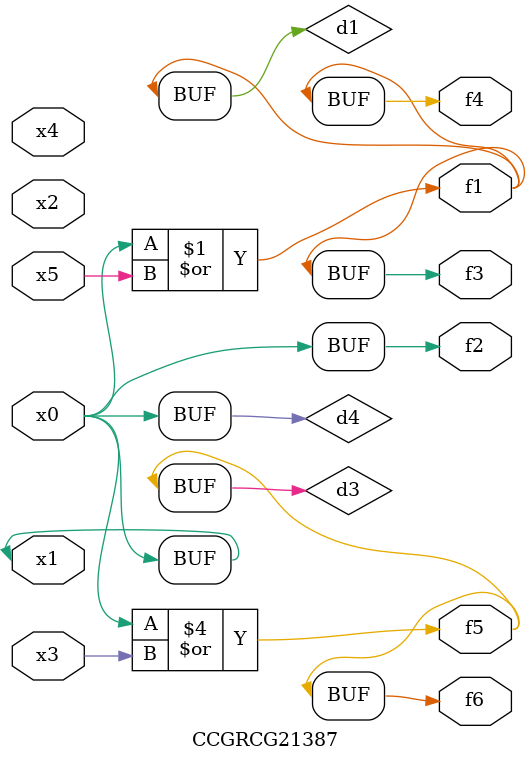
<source format=v>
module CCGRCG21387(
	input x0, x1, x2, x3, x4, x5,
	output f1, f2, f3, f4, f5, f6
);

	wire d1, d2, d3, d4;

	or (d1, x0, x5);
	xnor (d2, x1, x4);
	or (d3, x0, x3);
	buf (d4, x0, x1);
	assign f1 = d1;
	assign f2 = d4;
	assign f3 = d1;
	assign f4 = d1;
	assign f5 = d3;
	assign f6 = d3;
endmodule

</source>
